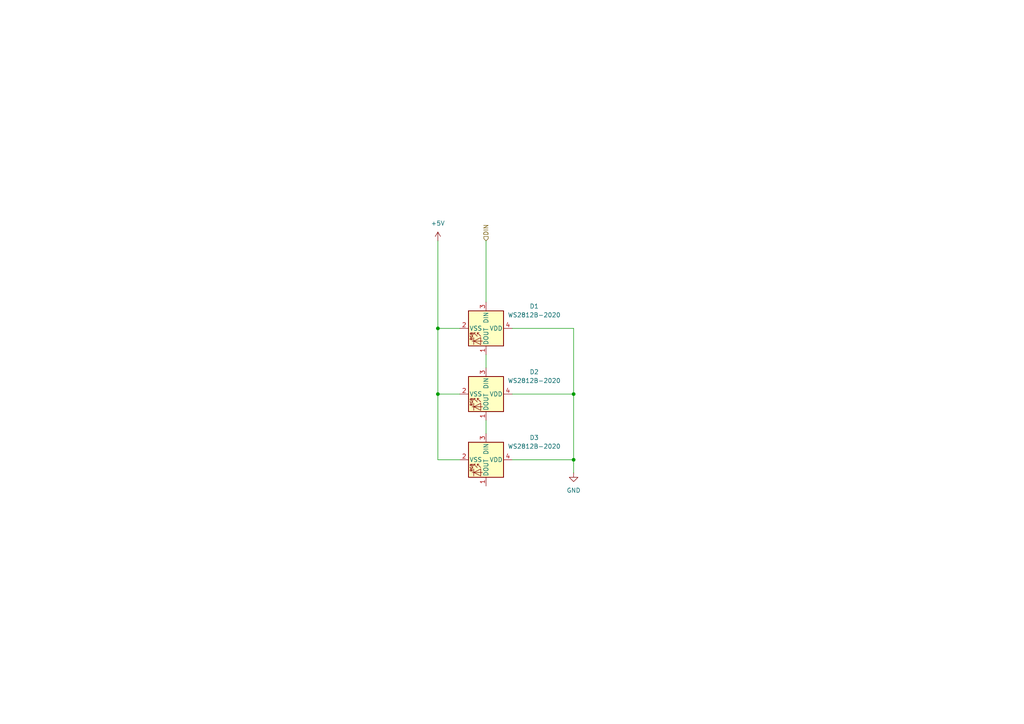
<source format=kicad_sch>
(kicad_sch (version 20250114) (generator "eeschema") (generator_version "9.0")
  (paper "A4")
  (lib_symbols
    (symbol "LED:WS2812B-2020" (pin_names (offset 0.254))
      (property "Reference" "D" (at 5.08 5.715 0))
      (property "Value" "WS2812B-2020" (at 1.27 -5.715 0))
      (symbol "WS2812B-2020_0_0"
        (text "RGB" (at 2.286 -4.191 0) (effects (font (size 0.762 0.762))))
      )
      (symbol "WS2812B-2020_0_1"
        (polyline (pts (xy 1.27 -2.54) (xy 1.778 -2.54)))
        (polyline (pts (xy 1.27 -3.556) (xy 1.778 -3.556)))
        (polyline (pts (xy 2.286 -1.524) (xy 1.27 -2.54) (xy 1.27 -2.032)))
        (polyline (pts (xy 2.286 -2.54) (xy 1.27 -3.556) (xy 1.27 -3.048)))
        (polyline (pts (xy 3.683 -1.016) (xy 3.683 -3.556) (xy 3.683 -4.064)))
        (polyline (pts (xy 4.699 -1.524) (xy 2.667 -1.524) (xy 3.683 -3.556) (xy 4.699 -1.524)))
        (polyline (pts (xy 4.699 -3.556) (xy 2.667 -3.556)))
        (rectangle (start 5.08 5.08) (end -5.08 -5.08) (stroke (width 0.254)) (fill (type background)))
      )
      (symbol "WS2812B-2020_1_1"
        (pin input line (at -7.62 0 0) (length 2.54) (name "DIN") (number "3"))
        (pin power_in line (at 0 7.62 270) (length 2.54) (name "VDD") (number "4"))
        (pin power_in line (at 0 -7.62 90) (length 2.54) (name "VSS") (number "2"))
        (pin output line (at 7.62 0 180) (length 2.54) (name "DOUT") (number "1"))
      )
    )
    (symbol "power:+5V" (power) (pin_numbers (hide yes)) (pin_names (offset 0) (hide yes))
      (property "Value" "+5V" (at 0 3.556 0))
      (symbol "+5V_0_1"
        (polyline (pts (xy -0.762 1.27) (xy 0 2.54)))
        (polyline (pts (xy 0 2.54) (xy 0.762 1.27)))
        (polyline (pts (xy 0 0) (xy 0 2.54)))
      )
      (symbol "+5V_1_1"
        (pin power_in line (at 0 0 90) (length 0) (name "~") (number "1"))
      )
    )
    (symbol "power:GND" (power) (pin_numbers (hide yes)) (pin_names (offset 0) (hide yes))
      (property "Value" "GND" (at 0 -3.81 0))
      (symbol "GND_0_1"
        (polyline (pts (xy 0 0) (xy 0 -1.27) (xy 1.27 -1.27) (xy 0 -2.54) (xy -1.27 -1.27) (xy 0 -1.27)))
      )
      (symbol "GND_1_1"
        (pin power_in line (at 0 0 270) (length 0) (name "~") (number "1"))
      )
    )
  )
  (junction (at 166.37 114.3))
  (junction (at 127 95.25))
  (junction (at 127 114.3))
  (junction (at 166.37 133.35))
  (wire (pts (xy 148.59 95.25) (xy 166.37 95.25)))
  (wire (pts (xy 140.97 121.92) (xy 140.97 125.73)))
  (wire (pts (xy 127 114.3) (xy 133.35 114.3)))
  (wire (pts (xy 127 95.25) (xy 127 114.3)))
  (wire (pts (xy 127 69.85) (xy 127 95.25)))
  (wire (pts (xy 140.97 69.85) (xy 140.97 87.63)))
  (wire (pts (xy 166.37 114.3) (xy 148.59 114.3)))
  (wire (pts (xy 166.37 114.3) (xy 166.37 133.35)))
  (wire (pts (xy 166.37 95.25) (xy 166.37 114.3)))
  (wire (pts (xy 133.35 95.25) (xy 127 95.25)))
  (wire (pts (xy 148.59 133.35) (xy 166.37 133.35)))
  (wire (pts (xy 127 114.3) (xy 127 133.35)))
  (wire (pts (xy 133.35 133.35) (xy 127 133.35)))
  (wire (pts (xy 140.97 102.87) (xy 140.97 106.68)))
  (wire (pts (xy 166.37 133.35) (xy 166.37 137.16)))
  (hierarchical_label "DIN" (shape input) (at 140.97 69.85 90))
  (symbol (lib_id "power:+5V") (at 127 69.85 0) (unit 1)
    (property "Reference" "#PWR01" (effects (hide yes)))
    (property "Value" "+5V" (at 127 64.77 0))
    (property "Description" "Power symbol creates a global label with name \"+5V\"" (effects (hide yes)))
  )
  (symbol (lib_id "LED:WS2812B-2020") (at 140.97 95.25 270) (unit 1)
    (property "Reference" "D1" (at 154.94 88.8298 90))
    (property "Value" "WS2812B-2020" (at 154.94 91.3698 90))
    (property "Footprint" "LED_SMD:LED_WS2812B-2020_PLCC4_2.0x2.0mm" (effects (hide yes)))
    (property "Datasheet" "https://cdn-shop.adafruit.com/product-files/4684/4684_WS2812B-2020_V1.3_EN.pdf" (effects (hide yes)))
    (property "Description" "RGB LED with integrated controller, 2.0 x 2.0 mm, 12 mA" (effects (hide yes)))
  )
  (symbol (lib_id "power:GND") (at 166.37 137.16 0) (unit 1)
    (property "Reference" "#PWR02" (effects (hide yes)))
    (property "Value" "GND" (at 166.37 142.24 0))
    (property "Description" "Power symbol creates a global label with name \"GND\" , ground" (effects (hide yes)))
  )
  (symbol (lib_id "LED:WS2812B-2020") (at 140.97 114.3 270) (unit 1)
    (property "Reference" "D2" (at 154.94 107.8798 90))
    (property "Value" "WS2812B-2020" (at 154.94 110.4198 90))
    (property "Footprint" "LED_SMD:LED_WS2812B-2020_PLCC4_2.0x2.0mm" (effects (hide yes)))
    (property "Datasheet" "https://cdn-shop.adafruit.com/product-files/4684/4684_WS2812B-2020_V1.3_EN.pdf" (effects (hide yes)))
    (property "Description" "RGB LED with integrated controller, 2.0 x 2.0 mm, 12 mA" (effects (hide yes)))
  )
  (symbol (lib_id "LED:WS2812B-2020") (at 140.97 133.35 270) (unit 1)
    (property "Reference" "D3" (at 154.94 126.9298 90))
    (property "Value" "WS2812B-2020" (at 154.94 129.4698 90))
    (property "Footprint" "LED_SMD:LED_WS2812B-2020_PLCC4_2.0x2.0mm" (effects (hide yes)))
    (property "Datasheet" "https://cdn-shop.adafruit.com/product-files/4684/4684_WS2812B-2020_V1.3_EN.pdf" (effects (hide yes)))
    (property "Description" "RGB LED with integrated controller, 2.0 x 2.0 mm, 12 mA" (effects (hide yes)))
  )
)
</source>
